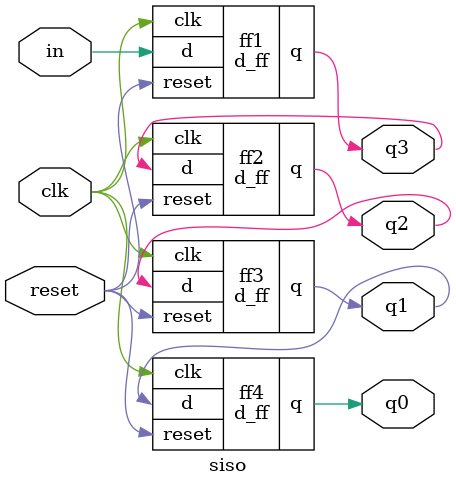
<source format=v>
module d_ff(input clk,reset,d,
            output reg q);
  
  always@(posedge clk or posedge reset) begin
    if(reset)
      q<=0;
    else 
      q<=d;
  end
endmodule


module siso(input clk,reset,in,
            output q3,q2,q1,q0
           );
  
//   wire[3:0]q_int;
  
  d_ff ff1(.clk(clk),
           .reset(reset),
           .d(in),
           .q(q3)
             );
   d_ff ff2(.clk(clk),
           .reset(reset),
            .d(q3),
            .q(q2)
             );
  d_ff ff3(.clk(clk),
           .reset(reset),
           .d(q2),
           .q(q1)
             );
  d_ff ff4(.clk(clk),
           .reset(reset),
           .d(q1),
           .q(q0)
          );
  
//   assign q = q_int[3];
  
endmodule


</source>
